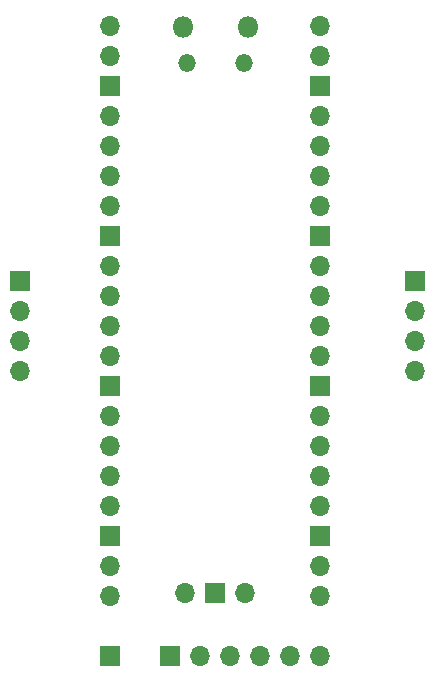
<source format=gbs>
%TF.GenerationSoftware,KiCad,Pcbnew,7.0.6-1.fc38*%
%TF.CreationDate,2023-07-24T16:30:42-04:00*%
%TF.ProjectId,driver-pcb,64726976-6572-42d7-9063-622e6b696361,rev?*%
%TF.SameCoordinates,Original*%
%TF.FileFunction,Soldermask,Bot*%
%TF.FilePolarity,Negative*%
%FSLAX46Y46*%
G04 Gerber Fmt 4.6, Leading zero omitted, Abs format (unit mm)*
G04 Created by KiCad (PCBNEW 7.0.6-1.fc38) date 2023-07-24 16:30:42*
%MOMM*%
%LPD*%
G01*
G04 APERTURE LIST*
%ADD10O,1.700000X1.700000*%
%ADD11R,1.700000X1.700000*%
%ADD12O,1.800000X1.800000*%
%ADD13O,1.500000X1.500000*%
G04 APERTURE END LIST*
D10*
%TO.C,U1*%
X132080000Y-48260000D03*
X132080000Y-50800000D03*
D11*
X132080000Y-53340000D03*
D10*
X132080000Y-55880000D03*
X132080000Y-58420000D03*
X132080000Y-60960000D03*
X132080000Y-63500000D03*
D11*
X132080000Y-66040000D03*
D10*
X132080000Y-68580000D03*
X132080000Y-71120000D03*
X132080000Y-73660000D03*
X132080000Y-76200000D03*
D11*
X132080000Y-78740000D03*
D10*
X132080000Y-81280000D03*
X132080000Y-83820000D03*
X132080000Y-86360000D03*
X132080000Y-88900000D03*
D11*
X132080000Y-91440000D03*
D10*
X132080000Y-93980000D03*
X132080000Y-96520000D03*
X149860000Y-96520000D03*
X149860000Y-93980000D03*
D11*
X149860000Y-91440000D03*
D10*
X149860000Y-88900000D03*
X149860000Y-86360000D03*
X149860000Y-83820000D03*
X149860000Y-81280000D03*
D11*
X149860000Y-78740000D03*
D10*
X149860000Y-76200000D03*
X149860000Y-73660000D03*
X149860000Y-71120000D03*
X149860000Y-68580000D03*
D11*
X149860000Y-66040000D03*
D10*
X149860000Y-63500000D03*
X149860000Y-60960000D03*
X149860000Y-58420000D03*
X149860000Y-55880000D03*
D11*
X149860000Y-53340000D03*
D10*
X149860000Y-50800000D03*
X149860000Y-48260000D03*
D12*
X138245000Y-48390000D03*
X143695000Y-48390000D03*
D13*
X138545000Y-51420000D03*
X143395000Y-51420000D03*
D10*
X138430000Y-96290000D03*
D11*
X140970000Y-96290000D03*
D10*
X143510000Y-96290000D03*
%TD*%
%TO.C,J4*%
X149860000Y-101600000D03*
X147320000Y-101600000D03*
X144780000Y-101600000D03*
X142240000Y-101600000D03*
X139700000Y-101600000D03*
D11*
X137160000Y-101600000D03*
%TD*%
%TO.C,J3*%
X132080000Y-101600000D03*
%TD*%
%TO.C,J2*%
X124460000Y-69860000D03*
D10*
X124460000Y-72400000D03*
X124460000Y-74940000D03*
X124460000Y-77480000D03*
%TD*%
D11*
%TO.C,J1*%
X157875000Y-69850000D03*
D10*
X157875000Y-72390000D03*
X157875000Y-74930000D03*
X157875000Y-77470000D03*
%TD*%
M02*

</source>
